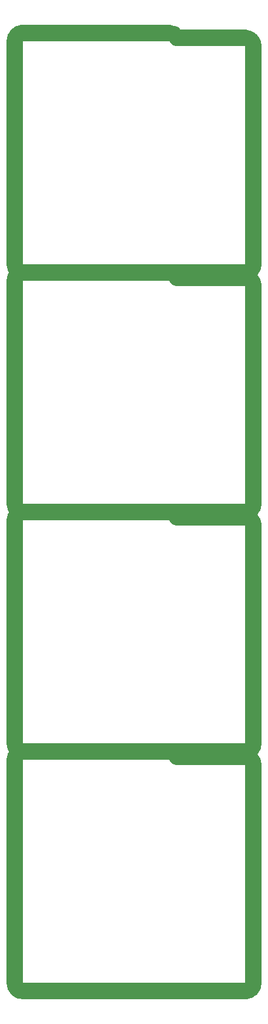
<source format=gbr>
G04*
G04 #@! TF.GenerationSoftware,Altium Limited,Altium Designer,18.1.7 (191)*
G04*
G04 Layer_Color=16711935*
%FSLAX25Y25*%
%MOIN*%
G70*
G01*
G75*
%ADD87C,0.09449*%
D87*
X140709Y132000D02*
G03*
X135984Y136724I-4724J0D01*
G01*
X140709Y132000D02*
G03*
X135984Y136724I-4724J0D01*
G01*
X97385D02*
G03*
X93000Y139689I-4385J-1760D01*
G01*
X135984Y4276D02*
G03*
X140709Y9000I0J4724D01*
G01*
X135984Y4276D02*
G03*
X140709Y9000I0J4724D01*
G01*
X97385Y136724D02*
G03*
X93000Y139689I-4385J-1760D01*
G01*
X10000D02*
G03*
X5275Y134965I0J-4724D01*
G01*
X10000Y139689D02*
G03*
X5275Y134965I0J-4724D01*
G01*
Y9000D02*
G03*
X10000Y4276I4724J0D01*
G01*
X5275Y9000D02*
G03*
X10000Y4276I4724J0D01*
G01*
X97385Y136724D02*
X135984D01*
X140709Y9000D02*
Y132000D01*
X10000Y139689D02*
X93000D01*
X10000Y4276D02*
X135984Y4276D01*
X5275Y9000D02*
Y134965D01*
X140709Y267413D02*
G03*
X135984Y272138I-4724J0D01*
G01*
X140709Y267413D02*
G03*
X135984Y272138I-4724J0D01*
G01*
X97385D02*
G03*
X93000Y275102I-4385J-1760D01*
G01*
X135984Y139689D02*
G03*
X140709Y144413I0J4724D01*
G01*
X135984Y139689D02*
G03*
X140709Y144413I0J4724D01*
G01*
X97385Y272138D02*
G03*
X93000Y275102I-4385J-1760D01*
G01*
X10000D02*
G03*
X5275Y270378I0J-4724D01*
G01*
X10000Y275102D02*
G03*
X5275Y270378I0J-4724D01*
G01*
Y144413D02*
G03*
X10000Y139689I4724J0D01*
G01*
X5275Y144413D02*
G03*
X10000Y139689I4724J0D01*
G01*
X97385Y272138D02*
X135984D01*
X140709Y144413D02*
Y267413D01*
X10000Y275102D02*
X93000D01*
X10000Y139689D02*
X135984Y139689D01*
X5275Y144413D02*
Y270378D01*
X140709Y402827D02*
G03*
X135984Y407551I-4724J0D01*
G01*
X140709Y402827D02*
G03*
X135984Y407551I-4724J0D01*
G01*
X97385D02*
G03*
X93000Y410516I-4385J-1760D01*
G01*
X135984Y275102D02*
G03*
X140709Y279827I0J4724D01*
G01*
X135984Y275102D02*
G03*
X140709Y279827I0J4724D01*
G01*
X97385Y407551D02*
G03*
X93000Y410516I-4385J-1760D01*
G01*
X10000D02*
G03*
X5275Y405791I0J-4724D01*
G01*
X10000Y410516D02*
G03*
X5275Y405791I0J-4724D01*
G01*
Y279827D02*
G03*
X10000Y275102I4724J0D01*
G01*
X5275Y279827D02*
G03*
X10000Y275102I4724J0D01*
G01*
X97385Y407551D02*
X135984D01*
X140709Y279827D02*
Y402827D01*
X10000Y410516D02*
X93000D01*
X10000Y275102D02*
X135984Y275102D01*
X5275Y279827D02*
Y405791D01*
X140709Y538240D02*
G03*
X135984Y542965I-4724J0D01*
G01*
X140709Y538240D02*
G03*
X135984Y542965I-4724J0D01*
G01*
X97385D02*
G03*
X93000Y545929I-4385J-1760D01*
G01*
X135984Y410516D02*
G03*
X140709Y415240I0J4724D01*
G01*
X135984Y410516D02*
G03*
X140709Y415240I0J4724D01*
G01*
X97385Y542965D02*
G03*
X93000Y545929I-4385J-1760D01*
G01*
X10000D02*
G03*
X5275Y541205I0J-4724D01*
G01*
X10000Y545929D02*
G03*
X5275Y541205I0J-4724D01*
G01*
Y415240D02*
G03*
X10000Y410516I4724J0D01*
G01*
X5275Y415240D02*
G03*
X10000Y410516I4724J0D01*
G01*
X97385Y542965D02*
X135984D01*
X140709Y415240D02*
Y538240D01*
X10000Y545929D02*
X93000D01*
X10000Y410516D02*
X135984Y410516D01*
X5275Y415240D02*
Y541205D01*
M02*

</source>
